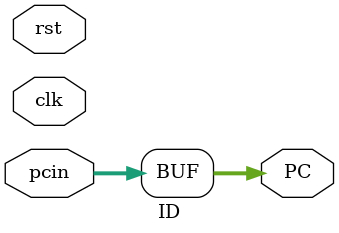
<source format=sv>
`timescale 1ns/1ns
module ID(input clk, rst,
            input[31:0] pcin,
            output[31:0] PC);
    
     assign PC = pcin; 
            
endmodule

</source>
